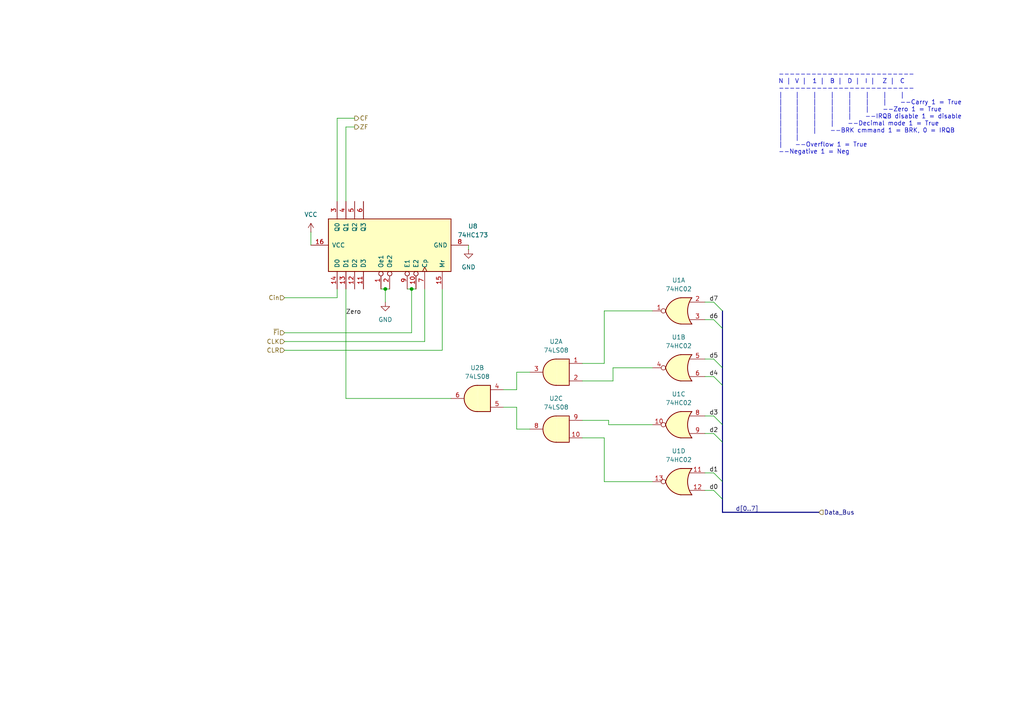
<source format=kicad_sch>
(kicad_sch (version 20231120) (generator "eeschema") (generator_version "8.0")
  (paper "A4")
  (title_block (title "Status Register") (date "2024-10-22") (rev "1.0"))
  (lib_symbols
    (symbol "74xx:74HC02" (pin_names (offset 1.016))
      (property "Reference" "U" (at 0 1.27 0))
      (property "Value" "74HC02" (at 0 -1.27 0))
      (symbol "74HC02_1_1"
        (arc (start -3.81 -3.81) (mid -2.589 0) (end -3.81 3.81) (stroke (width 0.254)))
        (arc (start -0.6096 -3.81) (mid 2.1842 -2.5851) (end 3.81 0) (stroke (width 0.254)) (fill (type background)))
        (polyline (pts (xy -3.81 -3.81) (xy -0.635 -3.81)) (stroke (width 0.254)) (fill (type background)))
        (polyline (pts (xy -3.81 3.81) (xy -0.635 3.81)) (stroke (width 0.254)) (fill (type background)))
        (polyline (pts (xy -0.635 3.81) (xy -3.81 3.81) (xy -3.81 3.81) (xy -3.556 3.4036) (xy -3.0226 2.2606) (xy -2.6924 1.0414) (xy -2.6162 -0.254) (xy -2.7686 -1.4986) (xy -3.175 -2.7178) (xy -3.81 -3.81) (xy -3.81 -3.81) (xy -0.635 -3.81)) (stroke (width -25.4)) (fill (type background)))
        (arc (start 3.81 0) (mid 2.1915 2.5936) (end -0.6096 3.81) (stroke (width 0.254)) (fill (type background)))
        (pin output inverted (at 7.62 0 180) (length 3.81) (name "~") (number "1"))
        (pin input line (at -7.62 2.54 0) (length 4.318) (name "~") (number "2"))
        (pin input line (at -7.62 -2.54 0) (length 4.318) (name "~") (number "3"))
      )
      (symbol "74HC02_1_2"
        (arc (start 0 -3.81) (mid 3.7934 0) (end 0 3.81) (stroke (width 0.254)) (fill (type background)))
        (polyline (pts (xy 0 3.81) (xy -3.81 3.81) (xy -3.81 -3.81) (xy 0 -3.81)) (stroke (width 0.254)) (fill (type background)))
        (pin output line (at 7.62 0 180) (length 3.81) (name "~") (number "1"))
        (pin input inverted (at -7.62 2.54 0) (length 3.81) (name "~") (number "2"))
        (pin input inverted (at -7.62 -2.54 0) (length 3.81) (name "~") (number "3"))
      )
      (symbol "74HC02_2_1"
        (arc (start -3.81 -3.81) (mid -2.589 0) (end -3.81 3.81) (stroke (width 0.254)))
        (arc (start -0.6096 -3.81) (mid 2.1842 -2.5851) (end 3.81 0) (stroke (width 0.254)) (fill (type background)))
        (polyline (pts (xy -3.81 -3.81) (xy -0.635 -3.81)) (stroke (width 0.254)) (fill (type background)))
        (polyline (pts (xy -3.81 3.81) (xy -0.635 3.81)) (stroke (width 0.254)) (fill (type background)))
        (polyline (pts (xy -0.635 3.81) (xy -3.81 3.81) (xy -3.81 3.81) (xy -3.556 3.4036) (xy -3.0226 2.2606) (xy -2.6924 1.0414) (xy -2.6162 -0.254) (xy -2.7686 -1.4986) (xy -3.175 -2.7178) (xy -3.81 -3.81) (xy -3.81 -3.81) (xy -0.635 -3.81)) (stroke (width -25.4)) (fill (type background)))
        (arc (start 3.81 0) (mid 2.1915 2.5936) (end -0.6096 3.81) (stroke (width 0.254)) (fill (type background)))
        (pin output inverted (at 7.62 0 180) (length 3.81) (name "~") (number "4"))
        (pin input line (at -7.62 2.54 0) (length 4.318) (name "~") (number "5"))
        (pin input line (at -7.62 -2.54 0) (length 4.318) (name "~") (number "6"))
      )
      (symbol "74HC02_2_2"
        (arc (start 0 -3.81) (mid 3.7934 0) (end 0 3.81) (stroke (width 0.254)) (fill (type background)))
        (polyline (pts (xy 0 3.81) (xy -3.81 3.81) (xy -3.81 -3.81) (xy 0 -3.81)) (stroke (width 0.254)) (fill (type background)))
        (pin output line (at 7.62 0 180) (length 3.81) (name "~") (number "4"))
        (pin input inverted (at -7.62 2.54 0) (length 3.81) (name "~") (number "5"))
        (pin input inverted (at -7.62 -2.54 0) (length 3.81) (name "~") (number "6"))
      )
      (symbol "74HC02_3_1"
        (arc (start -3.81 -3.81) (mid -2.589 0) (end -3.81 3.81) (stroke (width 0.254)))
        (arc (start -0.6096 -3.81) (mid 2.1842 -2.5851) (end 3.81 0) (stroke (width 0.254)) (fill (type background)))
        (polyline (pts (xy -3.81 -3.81) (xy -0.635 -3.81)) (stroke (width 0.254)) (fill (type background)))
        (polyline (pts (xy -3.81 3.81) (xy -0.635 3.81)) (stroke (width 0.254)) (fill (type background)))
        (polyline (pts (xy -0.635 3.81) (xy -3.81 3.81) (xy -3.81 3.81) (xy -3.556 3.4036) (xy -3.0226 2.2606) (xy -2.6924 1.0414) (xy -2.6162 -0.254) (xy -2.7686 -1.4986) (xy -3.175 -2.7178) (xy -3.81 -3.81) (xy -3.81 -3.81) (xy -0.635 -3.81)) (stroke (width -25.4)) (fill (type background)))
        (arc (start 3.81 0) (mid 2.1915 2.5936) (end -0.6096 3.81) (stroke (width 0.254)) (fill (type background)))
        (pin output inverted (at 7.62 0 180) (length 3.81) (name "~") (number "10"))
        (pin input line (at -7.62 2.54 0) (length 4.318) (name "~") (number "8"))
        (pin input line (at -7.62 -2.54 0) (length 4.318) (name "~") (number "9"))
      )
      (symbol "74HC02_3_2"
        (arc (start 0 -3.81) (mid 3.7934 0) (end 0 3.81) (stroke (width 0.254)) (fill (type background)))
        (polyline (pts (xy 0 3.81) (xy -3.81 3.81) (xy -3.81 -3.81) (xy 0 -3.81)) (stroke (width 0.254)) (fill (type background)))
        (pin output line (at 7.62 0 180) (length 3.81) (name "~") (number "10"))
        (pin input inverted (at -7.62 2.54 0) (length 3.81) (name "~") (number "8"))
        (pin input inverted (at -7.62 -2.54 0) (length 3.81) (name "~") (number "9"))
      )
      (symbol "74HC02_4_1"
        (arc (start -3.81 -3.81) (mid -2.589 0) (end -3.81 3.81) (stroke (width 0.254)))
        (arc (start -0.6096 -3.81) (mid 2.1842 -2.5851) (end 3.81 0) (stroke (width 0.254)) (fill (type background)))
        (polyline (pts (xy -3.81 -3.81) (xy -0.635 -3.81)) (stroke (width 0.254)) (fill (type background)))
        (polyline (pts (xy -3.81 3.81) (xy -0.635 3.81)) (stroke (width 0.254)) (fill (type background)))
        (polyline (pts (xy -0.635 3.81) (xy -3.81 3.81) (xy -3.81 3.81) (xy -3.556 3.4036) (xy -3.0226 2.2606) (xy -2.6924 1.0414) (xy -2.6162 -0.254) (xy -2.7686 -1.4986) (xy -3.175 -2.7178) (xy -3.81 -3.81) (xy -3.81 -3.81) (xy -0.635 -3.81)) (stroke (width -25.4)) (fill (type background)))
        (arc (start 3.81 0) (mid 2.1915 2.5936) (end -0.6096 3.81) (stroke (width 0.254)) (fill (type background)))
        (pin input line (at -7.62 2.54 0) (length 4.318) (name "~") (number "11"))
        (pin input line (at -7.62 -2.54 0) (length 4.318) (name "~") (number "12"))
        (pin output inverted (at 7.62 0 180) (length 3.81) (name "~") (number "13"))
      )
      (symbol "74HC02_4_2"
        (arc (start 0 -3.81) (mid 3.7934 0) (end 0 3.81) (stroke (width 0.254)) (fill (type background)))
        (polyline (pts (xy 0 3.81) (xy -3.81 3.81) (xy -3.81 -3.81) (xy 0 -3.81)) (stroke (width 0.254)) (fill (type background)))
        (pin input inverted (at -7.62 2.54 0) (length 3.81) (name "~") (number "11"))
        (pin input inverted (at -7.62 -2.54 0) (length 3.81) (name "~") (number "12"))
        (pin output line (at 7.62 0 180) (length 3.81) (name "~") (number "13"))
      )
      (symbol "74HC02_5_0"
        (pin power_in line (at 0 12.7 270) (length 5.08) (name "VCC") (number "14"))
        (pin power_in line (at 0 -12.7 90) (length 5.08) (name "GND") (number "7"))
      )
      (symbol "74HC02_5_1"
        (rectangle (start -5.08 7.62) (end 5.08 -7.62) (stroke (width 0.254)) (fill (type background)))
      )
    )
    (symbol "74xx:74HC173" (pin_names (offset 1.016))
      (property "Reference" "U" (at -7.62 19.05 0))
      (property "Value" "74HC173" (at -7.62 -19.05 0))
      (symbol "74HC173_1_0"
        (pin input inverted (at -12.7 2.54 0) (length 5.08) (name "Oe1") (number "1"))
        (pin input inverted (at -12.7 -7.62 0) (length 5.08) (name "E2") (number "10"))
        (pin input line (at -12.7 7.62 0) (length 5.08) (name "D3") (number "11"))
        (pin input line (at -12.7 10.16 0) (length 5.08) (name "D2") (number "12"))
        (pin input line (at -12.7 12.7 0) (length 5.08) (name "D1") (number "13"))
        (pin input line (at -12.7 15.24 0) (length 5.08) (name "D0") (number "14"))
        (pin input line (at -12.7 -15.24 0) (length 5.08) (name "Mr") (number "15"))
        (pin power_in line (at 0 22.86 270) (length 5.08) (name "VCC") (number "16"))
        (pin input inverted (at -12.7 0 0) (length 5.08) (name "Oe2") (number "2"))
        (pin tri_state line (at 12.7 15.24 180) (length 5.08) (name "Q0") (number "3"))
        (pin tri_state line (at 12.7 12.7 180) (length 5.08) (name "Q1") (number "4"))
        (pin tri_state line (at 12.7 10.16 180) (length 5.08) (name "Q2") (number "5"))
        (pin tri_state line (at 12.7 7.62 180) (length 5.08) (name "Q3") (number "6"))
        (pin input clock (at -12.7 -10.16 0) (length 5.08) (name "Cp") (number "7"))
        (pin power_in line (at 0 -22.86 90) (length 5.08) (name "GND") (number "8"))
        (pin input inverted (at -12.7 -5.08 0) (length 5.08) (name "E1") (number "9"))
      )
      (symbol "74HC173_1_1"
        (rectangle (start -7.62 17.78) (end 7.62 -17.78) (stroke (width 0.254)) (fill (type background)))
      )
    )
    (symbol "74xx:74LS08" (pin_names (offset 1.016))
      (property "Reference" "U" (at 0 1.27 0))
      (property "Value" "74LS08" (at 0 -1.27 0))
      (symbol "74LS08_1_1"
        (arc (start 0 -3.81) (mid 3.7934 0) (end 0 3.81) (stroke (width 0.254)) (fill (type background)))
        (polyline (pts (xy 0 3.81) (xy -3.81 3.81) (xy -3.81 -3.81) (xy 0 -3.81)) (stroke (width 0.254)) (fill (type background)))
        (pin input line (at -7.62 2.54 0) (length 3.81) (name "~") (number "1"))
        (pin input line (at -7.62 -2.54 0) (length 3.81) (name "~") (number "2"))
        (pin output line (at 7.62 0 180) (length 3.81) (name "~") (number "3"))
      )
      (symbol "74LS08_1_2"
        (arc (start -3.81 -3.81) (mid -2.589 0) (end -3.81 3.81) (stroke (width 0.254)))
        (arc (start -0.6096 -3.81) (mid 2.1842 -2.5851) (end 3.81 0) (stroke (width 0.254)) (fill (type background)))
        (polyline (pts (xy -3.81 -3.81) (xy -0.635 -3.81)) (stroke (width 0.254)) (fill (type background)))
        (polyline (pts (xy -3.81 3.81) (xy -0.635 3.81)) (stroke (width 0.254)) (fill (type background)))
        (polyline (pts (xy -0.635 3.81) (xy -3.81 3.81) (xy -3.81 3.81) (xy -3.556 3.4036) (xy -3.0226 2.2606) (xy -2.6924 1.0414) (xy -2.6162 -0.254) (xy -2.7686 -1.4986) (xy -3.175 -2.7178) (xy -3.81 -3.81) (xy -3.81 -3.81) (xy -0.635 -3.81)) (stroke (width -25.4)) (fill (type background)))
        (arc (start 3.81 0) (mid 2.1915 2.5936) (end -0.6096 3.81) (stroke (width 0.254)) (fill (type background)))
        (pin input inverted (at -7.62 2.54 0) (length 4.318) (name "~") (number "1"))
        (pin input inverted (at -7.62 -2.54 0) (length 4.318) (name "~") (number "2"))
        (pin output inverted (at 7.62 0 180) (length 3.81) (name "~") (number "3"))
      )
      (symbol "74LS08_2_1"
        (arc (start 0 -3.81) (mid 3.7934 0) (end 0 3.81) (stroke (width 0.254)) (fill (type background)))
        (polyline (pts (xy 0 3.81) (xy -3.81 3.81) (xy -3.81 -3.81) (xy 0 -3.81)) (stroke (width 0.254)) (fill (type background)))
        (pin input line (at -7.62 2.54 0) (length 3.81) (name "~") (number "4"))
        (pin input line (at -7.62 -2.54 0) (length 3.81) (name "~") (number "5"))
        (pin output line (at 7.62 0 180) (length 3.81) (name "~") (number "6"))
      )
      (symbol "74LS08_2_2"
        (arc (start -3.81 -3.81) (mid -2.589 0) (end -3.81 3.81) (stroke (width 0.254)))
        (arc (start -0.6096 -3.81) (mid 2.1842 -2.5851) (end 3.81 0) (stroke (width 0.254)) (fill (type background)))
        (polyline (pts (xy -3.81 -3.81) (xy -0.635 -3.81)) (stroke (width 0.254)) (fill (type background)))
        (polyline (pts (xy -3.81 3.81) (xy -0.635 3.81)) (stroke (width 0.254)) (fill (type background)))
        (polyline (pts (xy -0.635 3.81) (xy -3.81 3.81) (xy -3.81 3.81) (xy -3.556 3.4036) (xy -3.0226 2.2606) (xy -2.6924 1.0414) (xy -2.6162 -0.254) (xy -2.7686 -1.4986) (xy -3.175 -2.7178) (xy -3.81 -3.81) (xy -3.81 -3.81) (xy -0.635 -3.81)) (stroke (width -25.4)) (fill (type background)))
        (arc (start 3.81 0) (mid 2.1915 2.5936) (end -0.6096 3.81) (stroke (width 0.254)) (fill (type background)))
        (pin input inverted (at -7.62 2.54 0) (length 4.318) (name "~") (number "4"))
        (pin input inverted (at -7.62 -2.54 0) (length 4.318) (name "~") (number "5"))
        (pin output inverted (at 7.62 0 180) (length 3.81) (name "~") (number "6"))
      )
      (symbol "74LS08_3_1"
        (arc (start 0 -3.81) (mid 3.7934 0) (end 0 3.81) (stroke (width 0.254)) (fill (type background)))
        (polyline (pts (xy 0 3.81) (xy -3.81 3.81) (xy -3.81 -3.81) (xy 0 -3.81)) (stroke (width 0.254)) (fill (type background)))
        (pin input line (at -7.62 -2.54 0) (length 3.81) (name "~") (number "10"))
        (pin output line (at 7.62 0 180) (length 3.81) (name "~") (number "8"))
        (pin input line (at -7.62 2.54 0) (length 3.81) (name "~") (number "9"))
      )
      (symbol "74LS08_3_2"
        (arc (start -3.81 -3.81) (mid -2.589 0) (end -3.81 3.81) (stroke (width 0.254)))
        (arc (start -0.6096 -3.81) (mid 2.1842 -2.5851) (end 3.81 0) (stroke (width 0.254)) (fill (type background)))
        (polyline (pts (xy -3.81 -3.81) (xy -0.635 -3.81)) (stroke (width 0.254)) (fill (type background)))
        (polyline (pts (xy -3.81 3.81) (xy -0.635 3.81)) (stroke (width 0.254)) (fill (type background)))
        (polyline (pts (xy -0.635 3.81) (xy -3.81 3.81) (xy -3.81 3.81) (xy -3.556 3.4036) (xy -3.0226 2.2606) (xy -2.6924 1.0414) (xy -2.6162 -0.254) (xy -2.7686 -1.4986) (xy -3.175 -2.7178) (xy -3.81 -3.81) (xy -3.81 -3.81) (xy -0.635 -3.81)) (stroke (width -25.4)) (fill (type background)))
        (arc (start 3.81 0) (mid 2.1915 2.5936) (end -0.6096 3.81) (stroke (width 0.254)) (fill (type background)))
        (pin input inverted (at -7.62 -2.54 0) (length 4.318) (name "~") (number "10"))
        (pin output inverted (at 7.62 0 180) (length 3.81) (name "~") (number "8"))
        (pin input inverted (at -7.62 2.54 0) (length 4.318) (name "~") (number "9"))
      )
      (symbol "74LS08_4_1"
        (arc (start 0 -3.81) (mid 3.7934 0) (end 0 3.81) (stroke (width 0.254)) (fill (type background)))
        (polyline (pts (xy 0 3.81) (xy -3.81 3.81) (xy -3.81 -3.81) (xy 0 -3.81)) (stroke (width 0.254)) (fill (type background)))
        (pin output line (at 7.62 0 180) (length 3.81) (name "~") (number "11"))
        (pin input line (at -7.62 2.54 0) (length 3.81) (name "~") (number "12"))
        (pin input line (at -7.62 -2.54 0) (length 3.81) (name "~") (number "13"))
      )
      (symbol "74LS08_4_2"
        (arc (start -3.81 -3.81) (mid -2.589 0) (end -3.81 3.81) (stroke (width 0.254)))
        (arc (start -0.6096 -3.81) (mid 2.1842 -2.5851) (end 3.81 0) (stroke (width 0.254)) (fill (type background)))
        (polyline (pts (xy -3.81 -3.81) (xy -0.635 -3.81)) (stroke (width 0.254)) (fill (type background)))
        (polyline (pts (xy -3.81 3.81) (xy -0.635 3.81)) (stroke (width 0.254)) (fill (type background)))
        (polyline (pts (xy -0.635 3.81) (xy -3.81 3.81) (xy -3.81 3.81) (xy -3.556 3.4036) (xy -3.0226 2.2606) (xy -2.6924 1.0414) (xy -2.6162 -0.254) (xy -2.7686 -1.4986) (xy -3.175 -2.7178) (xy -3.81 -3.81) (xy -3.81 -3.81) (xy -0.635 -3.81)) (stroke (width -25.4)) (fill (type background)))
        (arc (start 3.81 0) (mid 2.1915 2.5936) (end -0.6096 3.81) (stroke (width 0.254)) (fill (type background)))
        (pin output inverted (at 7.62 0 180) (length 3.81) (name "~") (number "11"))
        (pin input inverted (at -7.62 2.54 0) (length 4.318) (name "~") (number "12"))
        (pin input inverted (at -7.62 -2.54 0) (length 4.318) (name "~") (number "13"))
      )
      (symbol "74LS08_5_0"
        (pin power_in line (at 0 12.7 270) (length 5.08) (name "VCC") (number "14"))
        (pin power_in line (at 0 -12.7 90) (length 5.08) (name "GND") (number "7"))
      )
      (symbol "74LS08_5_1"
        (rectangle (start -5.08 7.62) (end 5.08 -7.62) (stroke (width 0.254)) (fill (type background)))
      )
    )
    (symbol "power:GND" (power) (pin_numbers hide) (pin_names (offset 0) hide)
      (property "Value" "GND" (at 0 -3.81 0))
      (symbol "GND_0_1"
        (polyline (pts (xy 0 0) (xy 0 -1.27) (xy 1.27 -1.27) (xy 0 -2.54) (xy -1.27 -1.27) (xy 0 -1.27)))
      )
      (symbol "GND_1_1"
        (pin power_in line (at 0 0 270) (length 0) (name "~") (number "1"))
      )
    )
    (symbol "power:VCC" (power) (pin_numbers hide) (pin_names (offset 0) hide)
      (property "Value" "VCC" (at 0 3.556 0))
      (symbol "VCC_0_1"
        (polyline (pts (xy -0.762 1.27) (xy 0 2.54)))
        (polyline (pts (xy 0 0) (xy 0 2.54)))
        (polyline (pts (xy 0 2.54) (xy 0.762 1.27)))
      )
      (symbol "VCC_1_1"
        (pin power_in line (at 0 0 90) (length 0) (name "~") (number "1"))
      )
    )
  )
  (junction (at 119.38 83.82))
  (junction (at 111.76 83.82))
  (bus_entry (at 207.01 137.16) (size 2.54 2.54))
  (bus_entry (at 207.01 109.22) (size 2.54 2.54))
  (bus_entry (at 207.01 142.24) (size 2.54 2.54))
  (bus_entry (at 207.01 120.65) (size 2.54 2.54))
  (bus_entry (at 207.01 125.73) (size 2.54 2.54))
  (bus_entry (at 207.01 92.71) (size 2.54 2.54))
  (bus_entry (at 207.01 87.63) (size 2.54 2.54))
  (bus_entry (at 207.01 104.14) (size 2.54 2.54))
  (wire (pts (xy 204.47 137.16) (xy 207.01 137.16)))
  (wire (pts (xy 119.38 83.82) (xy 120.65 83.82)))
  (bus (pts (xy 209.55 95.25) (xy 209.55 106.68)))
  (wire (pts (xy 168.91 127) (xy 175.26 127)))
  (wire (pts (xy 97.79 58.42) (xy 97.79 34.29)))
  (wire (pts (xy 149.86 113.03) (xy 149.86 107.95)))
  (wire (pts (xy 146.05 113.03) (xy 149.86 113.03)))
  (wire (pts (xy 204.47 87.63) (xy 207.01 87.63)))
  (wire (pts (xy 168.91 121.92) (xy 176.53 121.92)))
  (bus (pts (xy 209.55 128.27) (xy 209.55 139.7)))
  (wire (pts (xy 110.49 83.82) (xy 111.76 83.82)))
  (bus (pts (xy 209.55 139.7) (xy 209.55 144.78)))
  (wire (pts (xy 135.89 71.12) (xy 135.89 72.39)))
  (wire (pts (xy 204.47 120.65) (xy 207.01 120.65)))
  (bus (pts (xy 209.55 106.68) (xy 209.55 111.76)))
  (wire (pts (xy 175.26 105.41) (xy 175.26 90.17)))
  (wire (pts (xy 149.86 107.95) (xy 153.67 107.95)))
  (wire (pts (xy 204.47 142.24) (xy 207.01 142.24)))
  (wire (pts (xy 146.05 118.11) (xy 149.86 118.11)))
  (bus (pts (xy 209.55 144.78) (xy 209.55 148.59)))
  (wire (pts (xy 97.79 83.82) (xy 97.79 86.36)))
  (wire (pts (xy 111.76 83.82) (xy 111.76 87.63)))
  (wire (pts (xy 118.11 83.82) (xy 119.38 83.82)))
  (wire (pts (xy 175.26 139.7) (xy 189.23 139.7)))
  (wire (pts (xy 176.53 121.92) (xy 176.53 123.19)))
  (wire (pts (xy 149.86 118.11) (xy 149.86 124.46)))
  (wire (pts (xy 97.79 34.29) (xy 102.87 34.29)))
  (wire (pts (xy 177.8 106.68) (xy 189.23 106.68)))
  (wire (pts (xy 97.79 86.36) (xy 82.55 86.36)))
  (bus (pts (xy 209.55 90.17) (xy 209.55 95.25)))
  (wire (pts (xy 128.27 101.6) (xy 82.55 101.6)))
  (wire (pts (xy 90.17 67.31) (xy 90.17 71.12)))
  (wire (pts (xy 168.91 110.49) (xy 177.8 110.49)))
  (wire (pts (xy 119.38 83.82) (xy 119.38 96.52)))
  (wire (pts (xy 100.33 36.83) (xy 102.87 36.83)))
  (bus (pts (xy 209.55 123.19) (xy 209.55 128.27)))
  (wire (pts (xy 128.27 83.82) (xy 128.27 101.6)))
  (wire (pts (xy 175.26 90.17) (xy 189.23 90.17)))
  (wire (pts (xy 204.47 92.71) (xy 207.01 92.71)))
  (wire (pts (xy 111.76 83.82) (xy 113.03 83.82)))
  (wire (pts (xy 130.81 115.57) (xy 100.33 115.57)))
  (wire (pts (xy 82.55 96.52) (xy 119.38 96.52)))
  (bus (pts (xy 209.55 148.59) (xy 237.49 148.59)))
  (wire (pts (xy 100.33 83.82) (xy 100.33 115.57)))
  (wire (pts (xy 100.33 58.42) (xy 100.33 36.83)))
  (wire (pts (xy 149.86 124.46) (xy 153.67 124.46)))
  (wire (pts (xy 204.47 125.73) (xy 207.01 125.73)))
  (wire (pts (xy 168.91 105.41) (xy 175.26 105.41)))
  (wire (pts (xy 123.19 99.06) (xy 82.55 99.06)))
  (wire (pts (xy 204.47 104.14) (xy 207.01 104.14)))
  (wire (pts (xy 204.47 109.22) (xy 207.01 109.22)))
  (wire (pts (xy 175.26 127) (xy 175.26 139.7)))
  (wire (pts (xy 177.8 110.49) (xy 177.8 106.68)))
  (bus (pts (xy 209.55 111.76) (xy 209.55 123.19)))
  (wire (pts (xy 176.53 123.19) (xy 189.23 123.19)))
  (wire (pts (xy 123.19 83.82) (xy 123.19 99.06)))
  (text_box "-------------------------\nN |	V |	1 |	B |	D |	I |	Z |	C \n-------------------------\n|	|	|	|	|	|	|	|\n|	|	|	|	|	|	|	--Carry 1 = True\n|	|	|	|	|	|	--Zero 1 = True\n|	|	|	|	|	--IRQB disable 1 = disable\n|	|	|	|	--Decimal mode 1 = True\n|	|	|	--BRK cmmand 1 = BRK, 0 = IRQB\n|	|\n|	--Overflow 1 = True\n--Negative 1 = Neg\n" (at 224.79 19.05 0) (size 55.88 27.177) (stroke (width -0.0001)) (effects (font (size 1.27 1.27)) (justify left)))
  (label "d[0..7]" (at 213.36 148.59 0))
  (label "d6" (at 205.74 92.71 0))
  (label "d7" (at 205.74 87.63 0))
  (label "Zero" (at 100.33 91.44 0))
  (label "d5" (at 205.74 104.14 0))
  (label "d2" (at 205.74 125.73 0))
  (label "d0" (at 205.74 142.24 0))
  (label "d3" (at 205.74 120.65 0))
  (label "d1" (at 205.74 137.16 0))
  (label "d4" (at 205.74 109.22 0))
  (hierarchical_label "CF" (shape output) (at 102.87 34.29 0))
  (hierarchical_label "Data_Bus" (shape input) (at 237.49 148.59 0))
  (hierarchical_label "CLR" (shape input) (at 82.55 101.6 180))
  (hierarchical_label "Cin" (shape input) (at 82.55 86.36 180))
  (hierarchical_label "ZF" (shape output) (at 102.87 36.83 0))
  (hierarchical_label "CLK" (shape input) (at 82.55 99.06 180))
  (hierarchical_label "~{FI}" (shape input) (at 82.55 96.52 180))
  (symbol (lib_id "power:VCC") (at 90.17 67.31 0) (unit 1)
    (property "Reference" "#PWR03" (effects (hide yes)))
    (property "Value" "VCC" (at 90.17 62.23 0))
    (property "Description" "Power symbol creates a global label with name \"VCC\"" (effects (hide yes)))
  )
  (symbol (lib_id "power:GND") (at 135.89 72.39 0) (unit 1)
    (property "Reference" "#PWR02" (effects (hide yes)))
    (property "Value" "GND" (at 135.89 77.47 0))
    (property "Description" "Power symbol creates a global label with name \"GND\" , ground" (effects (hide yes)))
  )
  (symbol (lib_id "74xx:74HC02") (at 196.85 139.7 0) (mirror y) (unit 4)
    (property "Reference" "U1" (at 196.85 130.81 0))
    (property "Value" "74HC02" (at 196.85 133.35 0))
    (property "Datasheet" "http://www.ti.com/lit/gpn/sn74hc02" (effects (hide yes)))
    (property "Description" "quad 2-input NOR gate" (effects (hide yes)))
  )
  (symbol (lib_id "74xx:74HC173") (at 113.03 71.12 90) (unit 1)
    (property "Reference" "U8" (at 137.16 65.6238 90))
    (property "Value" "74HC173" (at 137.16 68.1638 90))
    (property "Datasheet" "https://www.ti.com/lit/ds/symlink/cd74hc173.pdf" (effects (hide yes)))
    (property "Description" "4-bit D-type Register, 3 state out" (effects (hide yes)))
  )
  (symbol (lib_id "74xx:74HC02") (at 196.85 123.19 0) (mirror y) (unit 3)
    (property "Reference" "U1" (at 196.85 114.3 0))
    (property "Value" "74HC02" (at 196.85 116.84 0))
    (property "Datasheet" "http://www.ti.com/lit/gpn/sn74hc02" (effects (hide yes)))
    (property "Description" "quad 2-input NOR gate" (effects (hide yes)))
  )
  (symbol (lib_id "74xx:74LS08") (at 138.43 115.57 0) (mirror y) (unit 2)
    (property "Reference" "U2" (at 138.4383 106.68 0))
    (property "Value" "74LS08" (at 138.4383 109.22 0))
    (property "Datasheet" "http://www.ti.com/lit/gpn/sn74LS08" (effects (hide yes)))
    (property "Description" "Quad And2" (effects (hide yes)))
  )
  (symbol (lib_id "power:GND") (at 111.76 87.63 0) (unit 1)
    (property "Reference" "#PWR01" (effects (hide yes)))
    (property "Value" "GND" (at 111.76 92.71 0))
    (property "Description" "Power symbol creates a global label with name \"GND\" , ground" (effects (hide yes)))
  )
  (symbol (lib_id "74xx:74HC02") (at 196.85 90.17 0) (mirror y) (unit 1)
    (property "Reference" "U1" (at 196.85 81.28 0))
    (property "Value" "74HC02" (at 196.85 83.82 0))
    (property "Datasheet" "http://www.ti.com/lit/gpn/sn74hc02" (effects (hide yes)))
    (property "Description" "quad 2-input NOR gate" (effects (hide yes)))
  )
  (symbol (lib_id "74xx:74LS08") (at 161.29 124.46 0) (mirror y) (unit 3)
    (property "Reference" "U2" (at 161.2983 115.57 0))
    (property "Value" "74LS08" (at 161.2983 118.11 0))
    (property "Datasheet" "http://www.ti.com/lit/gpn/sn74LS08" (effects (hide yes)))
    (property "Description" "Quad And2" (effects (hide yes)))
  )
  (symbol (lib_id "74xx:74HC02") (at 196.85 106.68 0) (mirror y) (unit 2)
    (property "Reference" "U1" (at 196.85 97.79 0))
    (property "Value" "74HC02" (at 196.85 100.33 0))
    (property "Datasheet" "http://www.ti.com/lit/gpn/sn74hc02" (effects (hide yes)))
    (property "Description" "quad 2-input NOR gate" (effects (hide yes)))
  )
  (symbol (lib_id "74xx:74LS08") (at 161.29 107.95 0) (mirror y) (unit 1)
    (property "Reference" "U2" (at 161.2983 99.06 0))
    (property "Value" "74LS08" (at 161.2983 101.6 0))
    (property "Datasheet" "http://www.ti.com/lit/gpn/sn74LS08" (effects (hide yes)))
    (property "Description" "Quad And2" (effects (hide yes)))
  )
)
</source>
